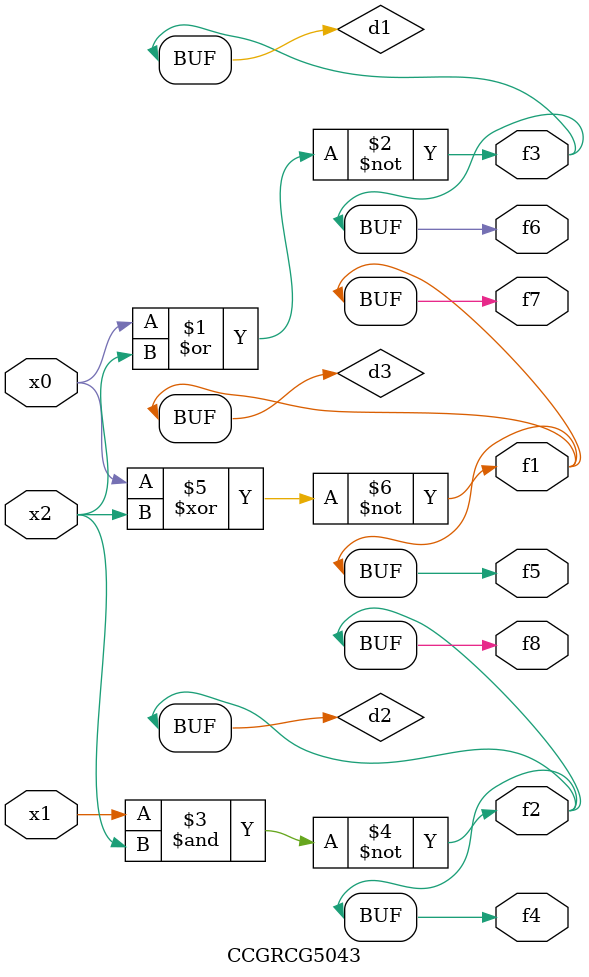
<source format=v>
module CCGRCG5043(
	input x0, x1, x2,
	output f1, f2, f3, f4, f5, f6, f7, f8
);

	wire d1, d2, d3;

	nor (d1, x0, x2);
	nand (d2, x1, x2);
	xnor (d3, x0, x2);
	assign f1 = d3;
	assign f2 = d2;
	assign f3 = d1;
	assign f4 = d2;
	assign f5 = d3;
	assign f6 = d1;
	assign f7 = d3;
	assign f8 = d2;
endmodule

</source>
